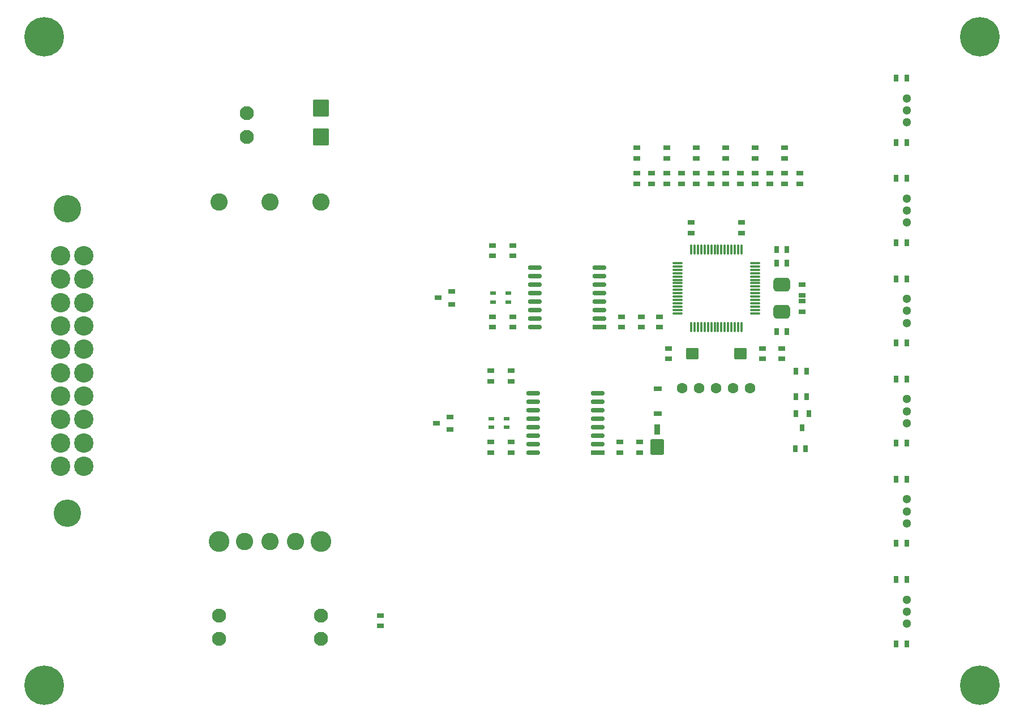
<source format=gts>
G04*
G04 #@! TF.GenerationSoftware,Altium Limited,Altium Designer,22.2.1 (43)*
G04*
G04 Layer_Color=8388736*
%FSLAX44Y44*%
%MOMM*%
G71*
G04*
G04 #@! TF.SameCoordinates,7A9A4B32-F866-4FC0-92F5-D822EF52183D*
G04*
G04*
G04 #@! TF.FilePolarity,Negative*
G04*
G01*
G75*
%ADD31R,1.0000X0.7000*%
%ADD32O,2.1000X0.7000*%
%ADD33R,2.1000X0.7000*%
%ADD34R,0.9000X0.5000*%
%ADD35R,1.0000X0.8000*%
G04:AMPARAMS|DCode=36|XSize=1.6mm|YSize=0.9mm|CornerRadius=0.13mm|HoleSize=0mm|Usage=FLASHONLY|Rotation=90.000|XOffset=0mm|YOffset=0mm|HoleType=Round|Shape=RoundedRectangle|*
%AMROUNDEDRECTD36*
21,1,1.6000,0.6400,0,0,90.0*
21,1,1.3400,0.9000,0,0,90.0*
1,1,0.2600,0.3200,0.6700*
1,1,0.2600,0.3200,-0.6700*
1,1,0.2600,-0.3200,-0.6700*
1,1,0.2600,-0.3200,0.6700*
%
%ADD36ROUNDEDRECTD36*%
G04:AMPARAMS|DCode=37|XSize=2.3mm|YSize=2.1mm|CornerRadius=0.25mm|HoleSize=0mm|Usage=FLASHONLY|Rotation=90.000|XOffset=0mm|YOffset=0mm|HoleType=Round|Shape=RoundedRectangle|*
%AMROUNDEDRECTD37*
21,1,2.3000,1.6000,0,0,90.0*
21,1,1.8000,2.1000,0,0,90.0*
1,1,0.5000,0.8000,0.9000*
1,1,0.5000,0.8000,-0.9000*
1,1,0.5000,-0.8000,-0.9000*
1,1,0.5000,-0.8000,0.9000*
%
%ADD37ROUNDEDRECTD37*%
%ADD38R,1.3000X0.8000*%
%ADD39R,0.7000X1.0000*%
%ADD40R,0.8000X1.0000*%
G04:AMPARAMS|DCode=41|XSize=2.1mm|YSize=2.5mm|CornerRadius=0.55mm|HoleSize=0mm|Usage=FLASHONLY|Rotation=270.000|XOffset=0mm|YOffset=0mm|HoleType=Round|Shape=RoundedRectangle|*
%AMROUNDEDRECTD41*
21,1,2.1000,1.4000,0,0,270.0*
21,1,1.0000,2.5000,0,0,270.0*
1,1,1.1000,-0.7000,-0.5000*
1,1,1.1000,-0.7000,0.5000*
1,1,1.1000,0.7000,0.5000*
1,1,1.1000,0.7000,-0.5000*
%
%ADD41ROUNDEDRECTD41*%
%ADD42O,0.2940X1.5400*%
%ADD43O,1.5400X0.2940*%
G04:AMPARAMS|DCode=44|XSize=1.7mm|YSize=1.9mm|CornerRadius=0.21mm|HoleSize=0mm|Usage=FLASHONLY|Rotation=270.000|XOffset=0mm|YOffset=0mm|HoleType=Round|Shape=RoundedRectangle|*
%AMROUNDEDRECTD44*
21,1,1.7000,1.4800,0,0,270.0*
21,1,1.2800,1.9000,0,0,270.0*
1,1,0.4200,-0.7400,-0.6400*
1,1,0.4200,-0.7400,0.6400*
1,1,0.4200,0.7400,0.6400*
1,1,0.4200,0.7400,-0.6400*
%
%ADD44ROUNDEDRECTD44*%
G04:AMPARAMS|DCode=45|XSize=2.6mm|YSize=2.4mm|CornerRadius=0.28mm|HoleSize=0mm|Usage=FLASHONLY|Rotation=270.000|XOffset=0mm|YOffset=0mm|HoleType=Round|Shape=RoundedRectangle|*
%AMROUNDEDRECTD45*
21,1,2.6000,1.8400,0,0,270.0*
21,1,2.0400,2.4000,0,0,270.0*
1,1,0.5600,-0.9200,-1.0200*
1,1,0.5600,-0.9200,1.0200*
1,1,0.5600,0.9200,1.0200*
1,1,0.5600,0.9200,-1.0200*
%
%ADD45ROUNDEDRECTD45*%
%ADD46C,2.9000*%
%ADD47C,4.1000*%
%ADD48C,5.9000*%
%ADD49C,2.6000*%
%ADD50C,3.1000*%
%ADD51C,2.1000*%
%ADD52C,1.6000*%
%ADD53C,1.3000*%
D31*
X1652940Y822050D02*
D03*
Y806450D02*
D03*
X1577940Y822050D02*
D03*
Y806450D02*
D03*
X1740000Y895720D02*
D03*
Y880120D02*
D03*
X1717890Y895720D02*
D03*
Y880120D02*
D03*
X1695780Y895720D02*
D03*
Y880120D02*
D03*
X1673670Y895720D02*
D03*
Y880120D02*
D03*
X1651560Y895720D02*
D03*
Y880120D02*
D03*
X1629450Y895720D02*
D03*
Y880120D02*
D03*
X1607340Y895720D02*
D03*
Y880120D02*
D03*
X1585230Y895720D02*
D03*
Y880120D02*
D03*
X1563120Y895720D02*
D03*
Y880120D02*
D03*
X1541010Y895720D02*
D03*
Y880120D02*
D03*
X1518900Y895720D02*
D03*
Y880120D02*
D03*
X1496790Y895720D02*
D03*
Y880120D02*
D03*
X1308250Y600300D02*
D03*
Y584700D02*
D03*
X1278500D02*
D03*
Y600300D02*
D03*
X1500750Y477901D02*
D03*
Y493501D02*
D03*
X1471500Y477901D02*
D03*
Y493501D02*
D03*
X1278500Y477901D02*
D03*
Y493501D02*
D03*
X1308250Y477901D02*
D03*
Y493501D02*
D03*
X1530000Y665401D02*
D03*
Y681001D02*
D03*
X1503250Y665401D02*
D03*
Y681001D02*
D03*
X1474000Y665401D02*
D03*
Y681001D02*
D03*
X1310750Y665401D02*
D03*
Y681001D02*
D03*
X1281000Y665401D02*
D03*
Y681001D02*
D03*
X1310750Y787800D02*
D03*
Y772200D02*
D03*
X1281000D02*
D03*
Y787800D02*
D03*
X1713000Y618200D02*
D03*
Y633800D02*
D03*
X1684440Y618310D02*
D03*
Y633910D02*
D03*
X1743710Y688930D02*
D03*
Y704530D02*
D03*
X1544000Y618310D02*
D03*
Y633910D02*
D03*
X1585230Y918220D02*
D03*
Y933820D02*
D03*
X1629450Y918220D02*
D03*
Y933820D02*
D03*
X1541010Y918220D02*
D03*
Y933820D02*
D03*
X1673670Y918220D02*
D03*
Y933820D02*
D03*
X1717890D02*
D03*
Y918220D02*
D03*
X1496790D02*
D03*
Y933820D02*
D03*
X1743710Y713330D02*
D03*
Y728930D02*
D03*
X1113000Y234265D02*
D03*
Y218665D02*
D03*
D32*
X1341750Y566801D02*
D03*
X1437750D02*
D03*
X1341750Y477901D02*
D03*
X1437750Y503301D02*
D03*
Y516001D02*
D03*
Y490601D02*
D03*
Y554101D02*
D03*
X1341750Y490601D02*
D03*
X1341750Y503301D02*
D03*
X1341750Y516001D02*
D03*
X1437750Y541401D02*
D03*
Y528701D02*
D03*
X1341750Y554101D02*
D03*
Y541401D02*
D03*
Y528701D02*
D03*
X1344250Y754301D02*
D03*
X1440250D02*
D03*
X1344250Y665401D02*
D03*
X1440250Y690801D02*
D03*
Y703501D02*
D03*
Y678101D02*
D03*
Y741601D02*
D03*
X1344250Y678101D02*
D03*
X1344250Y690801D02*
D03*
X1344250Y703501D02*
D03*
X1440250Y728901D02*
D03*
Y716201D02*
D03*
X1344250Y741601D02*
D03*
Y728901D02*
D03*
Y716201D02*
D03*
D33*
X1437750Y477901D02*
D03*
X1440250Y665401D02*
D03*
D34*
X1301750Y515701D02*
D03*
X1278750D02*
D03*
X1301750Y528701D02*
D03*
X1278750D02*
D03*
X1304250Y703201D02*
D03*
X1281250D02*
D03*
X1304250Y716201D02*
D03*
X1281250D02*
D03*
D35*
X1217500Y512500D02*
D03*
Y531500D02*
D03*
X1196500Y522000D02*
D03*
X1220000Y700000D02*
D03*
Y719000D02*
D03*
X1199000Y709500D02*
D03*
D36*
X1527375Y512250D02*
D03*
D37*
Y486250D02*
D03*
D38*
X1527500Y573300D02*
D03*
Y536300D02*
D03*
D39*
X1733200Y484000D02*
D03*
X1748800D02*
D03*
X1734500Y562000D02*
D03*
X1750100D02*
D03*
X1900000Y288000D02*
D03*
X1884400D02*
D03*
X1900000Y438000D02*
D03*
X1884400D02*
D03*
X1900000Y588000D02*
D03*
X1884400D02*
D03*
X1900000Y738000D02*
D03*
X1884400D02*
D03*
X1900000Y1038000D02*
D03*
X1884400D02*
D03*
X1900000Y888000D02*
D03*
X1884400D02*
D03*
X1900000Y942000D02*
D03*
X1884400D02*
D03*
X1900000Y792000D02*
D03*
X1884400D02*
D03*
X1900000Y642000D02*
D03*
X1884400D02*
D03*
X1900000Y492000D02*
D03*
X1884400D02*
D03*
X1900000Y342000D02*
D03*
X1884400D02*
D03*
X1900000Y192000D02*
D03*
X1884400D02*
D03*
X1721030Y782000D02*
D03*
X1705430D02*
D03*
X1721030Y761570D02*
D03*
X1705430D02*
D03*
Y659000D02*
D03*
X1721030D02*
D03*
X1750300Y600000D02*
D03*
X1734700D02*
D03*
D40*
X1753500Y536300D02*
D03*
X1734500D02*
D03*
X1744000Y515300D02*
D03*
D41*
X1713230Y728930D02*
D03*
Y688930D02*
D03*
D42*
X1607940Y665900D02*
D03*
X1602940D02*
D03*
X1597940D02*
D03*
X1592940D02*
D03*
X1587940D02*
D03*
X1582940D02*
D03*
X1577940D02*
D03*
X1612940D02*
D03*
X1647940D02*
D03*
X1617940D02*
D03*
X1622940D02*
D03*
X1627940D02*
D03*
X1632940D02*
D03*
X1637940D02*
D03*
X1642940D02*
D03*
X1652940D02*
D03*
X1607940Y781900D02*
D03*
X1602940D02*
D03*
X1597940D02*
D03*
X1592940D02*
D03*
X1587940D02*
D03*
X1582940D02*
D03*
X1577940D02*
D03*
X1612940D02*
D03*
X1617940D02*
D03*
X1622940D02*
D03*
X1627940D02*
D03*
X1632940D02*
D03*
X1637940D02*
D03*
X1642940D02*
D03*
X1647940D02*
D03*
X1652940D02*
D03*
D43*
X1557440Y686400D02*
D03*
Y691400D02*
D03*
Y696400D02*
D03*
Y701400D02*
D03*
Y706400D02*
D03*
Y711400D02*
D03*
Y716400D02*
D03*
Y721400D02*
D03*
Y726400D02*
D03*
Y731400D02*
D03*
Y736400D02*
D03*
Y741400D02*
D03*
Y746400D02*
D03*
Y751400D02*
D03*
Y756400D02*
D03*
Y761400D02*
D03*
X1673440Y686400D02*
D03*
Y691400D02*
D03*
Y696400D02*
D03*
Y701400D02*
D03*
Y706400D02*
D03*
Y711400D02*
D03*
Y716400D02*
D03*
Y721400D02*
D03*
Y726400D02*
D03*
Y731400D02*
D03*
Y736400D02*
D03*
Y741400D02*
D03*
Y746400D02*
D03*
Y751400D02*
D03*
Y756400D02*
D03*
Y761400D02*
D03*
D44*
X1651065Y626110D02*
D03*
X1579815D02*
D03*
D45*
X1024300Y993500D02*
D03*
Y950500D02*
D03*
D46*
X669600Y737500D02*
D03*
Y772500D02*
D03*
Y667500D02*
D03*
Y597500D02*
D03*
Y562500D02*
D03*
Y527500D02*
D03*
Y492500D02*
D03*
X634600Y772500D02*
D03*
Y737500D02*
D03*
Y667500D02*
D03*
Y562500D02*
D03*
Y597500D02*
D03*
Y527500D02*
D03*
Y492500D02*
D03*
X669600Y702500D02*
D03*
Y632500D02*
D03*
Y457500D02*
D03*
X634600Y702500D02*
D03*
Y632500D02*
D03*
Y457500D02*
D03*
D47*
X645000Y842500D02*
D03*
Y387500D02*
D03*
D48*
X610000Y1100000D02*
D03*
X2010000D02*
D03*
Y130000D02*
D03*
X610000D02*
D03*
D49*
X1024300Y853000D02*
D03*
X871900D02*
D03*
X910000Y345000D02*
D03*
X948100D02*
D03*
X986200D02*
D03*
X948100Y853000D02*
D03*
D50*
X871900Y345000D02*
D03*
X1024300D02*
D03*
D51*
X913100Y950500D02*
D03*
Y985500D02*
D03*
X1024300Y234265D02*
D03*
Y199265D02*
D03*
X871900Y234265D02*
D03*
Y199265D02*
D03*
D52*
X1665800Y574000D02*
D03*
X1640400D02*
D03*
X1615000D02*
D03*
X1589600D02*
D03*
X1564200D02*
D03*
D53*
X1900000Y390000D02*
D03*
Y372000D02*
D03*
Y408000D02*
D03*
Y990000D02*
D03*
Y972000D02*
D03*
Y1008000D02*
D03*
Y690000D02*
D03*
Y672000D02*
D03*
Y708000D02*
D03*
Y540000D02*
D03*
Y522000D02*
D03*
Y558000D02*
D03*
Y240000D02*
D03*
Y222000D02*
D03*
Y258000D02*
D03*
Y840000D02*
D03*
Y822000D02*
D03*
Y858000D02*
D03*
M02*

</source>
